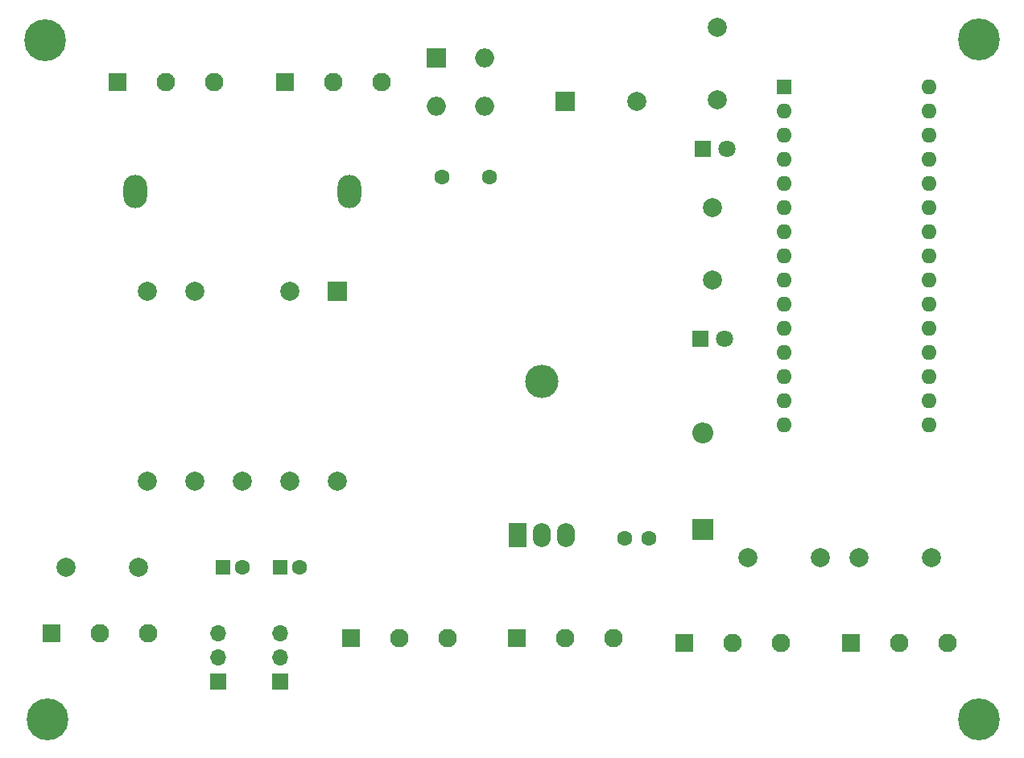
<source format=gbr>
%TF.GenerationSoftware,KiCad,Pcbnew,7.0.9*%
%TF.CreationDate,2024-05-06T10:06:48+02:00*%
%TF.ProjectId,Kicad_Passage_A_niveau_Stockage,4b696361-645f-4506-9173-736167655f41,rev?*%
%TF.SameCoordinates,Original*%
%TF.FileFunction,Soldermask,Bot*%
%TF.FilePolarity,Negative*%
%FSLAX46Y46*%
G04 Gerber Fmt 4.6, Leading zero omitted, Abs format (unit mm)*
G04 Created by KiCad (PCBNEW 7.0.9) date 2024-05-06 10:06:48*
%MOMM*%
%LPD*%
G01*
G04 APERTURE LIST*
%ADD10R,1.800000X1.800000*%
%ADD11C,1.800000*%
%ADD12R,1.950000X1.950000*%
%ADD13C,1.950000*%
%ADD14R,1.600000X1.600000*%
%ADD15C,1.600000*%
%ADD16R,2.000000X2.000000*%
%ADD17C,2.000000*%
%ADD18R,1.700000X1.700000*%
%ADD19O,1.700000X1.700000*%
%ADD20C,4.400000*%
%ADD21O,2.000000X2.000000*%
%ADD22O,2.500000X3.500000*%
%ADD23R,2.200000X2.200000*%
%ADD24O,2.200000X2.200000*%
%ADD25O,3.500000X3.500000*%
%ADD26R,1.900000X2.500000*%
%ADD27O,1.900000X2.500000*%
%ADD28O,1.600000X1.600000*%
G04 APERTURE END LIST*
D10*
%TO.C,D4*%
X137622000Y-65226000D03*
D11*
X140162000Y-65226000D03*
%TD*%
D12*
%TO.C,J9*%
X153397000Y-97226000D03*
D13*
X158477000Y-97226000D03*
X163557000Y-97226000D03*
%TD*%
D14*
%TO.C,C4*%
X87397000Y-89226000D03*
D15*
X89397000Y-89226000D03*
%TD*%
D16*
%TO.C,TR1*%
X99397000Y-60226000D03*
D17*
X94397000Y-60226000D03*
X84397000Y-60226000D03*
X79397000Y-60226000D03*
X79397000Y-80226000D03*
X84397000Y-80226000D03*
X89397000Y-80226000D03*
X94397000Y-80226000D03*
X99397000Y-80226000D03*
%TD*%
%TO.C,R1*%
X139397000Y-40036000D03*
X139397000Y-32416000D03*
%TD*%
D18*
%TO.C,J8*%
X93397000Y-101266000D03*
D19*
X93397000Y-98726000D03*
X93397000Y-96186000D03*
%TD*%
D10*
%TO.C,D3*%
X137857000Y-45226000D03*
D11*
X140397000Y-45226000D03*
%TD*%
D18*
%TO.C,J7*%
X86897000Y-101266000D03*
D19*
X86897000Y-98726000D03*
X86897000Y-96186000D03*
%TD*%
D16*
%TO.C,C1*%
X123397000Y-40226000D03*
D17*
X130897000Y-40226000D03*
%TD*%
D20*
%TO.C,REF3*%
X166897000Y-105226000D03*
%TD*%
%TO.C,REF1*%
X68707000Y-33782000D03*
%TD*%
D12*
%TO.C,J6*%
X118317000Y-96726000D03*
D13*
X123397000Y-96726000D03*
X128477000Y-96726000D03*
%TD*%
D20*
%TO.C,REF4*%
X68897000Y-105226000D03*
%TD*%
D12*
%TO.C,J2*%
X69397000Y-96226000D03*
D13*
X74477000Y-96226000D03*
X79557000Y-96226000D03*
%TD*%
D17*
%TO.C,R5*%
X70897000Y-89226000D03*
X78517000Y-89226000D03*
%TD*%
D12*
%TO.C,J5*%
X100817000Y-96726000D03*
D13*
X105897000Y-96726000D03*
X110977000Y-96726000D03*
%TD*%
D17*
%TO.C,R2*%
X154277000Y-88226000D03*
X161897000Y-88226000D03*
%TD*%
D16*
%TO.C,D1*%
X109872000Y-35681000D03*
D21*
X109872000Y-40761000D03*
X114952000Y-40761000D03*
X114952000Y-35681000D03*
%TD*%
D22*
%TO.C,F1*%
X78147000Y-49726000D03*
X100647000Y-49726000D03*
%TD*%
D20*
%TO.C,REF2*%
X166897000Y-33726000D03*
%TD*%
D12*
%TO.C,J3*%
X135897000Y-97226000D03*
D13*
X140977000Y-97226000D03*
X146057000Y-97226000D03*
%TD*%
D12*
%TO.C,J4*%
X93897000Y-38226000D03*
D13*
X98977000Y-38226000D03*
X104057000Y-38226000D03*
%TD*%
D15*
%TO.C,C2*%
X110397000Y-48226000D03*
X115397000Y-48226000D03*
%TD*%
D23*
%TO.C,D2*%
X137897000Y-85306000D03*
D24*
X137897000Y-75146000D03*
%TD*%
D12*
%TO.C,J1*%
X76317000Y-38226000D03*
D13*
X81397000Y-38226000D03*
X86477000Y-38226000D03*
%TD*%
D25*
%TO.C,U1*%
X120897000Y-69681000D03*
D26*
X118357000Y-85881000D03*
D27*
X120897000Y-85881000D03*
X123437000Y-85881000D03*
%TD*%
D17*
%TO.C,R4*%
X138897000Y-59036000D03*
X138897000Y-51416000D03*
%TD*%
D15*
%TO.C,C3*%
X129647000Y-86226000D03*
X132147000Y-86226000D03*
%TD*%
D14*
%TO.C,A1*%
X146397000Y-38726000D03*
D28*
X146397000Y-41266000D03*
X146397000Y-43806000D03*
X146397000Y-46346000D03*
X146397000Y-48886000D03*
X146397000Y-51426000D03*
X146397000Y-53966000D03*
X146397000Y-56506000D03*
X146397000Y-59046000D03*
X146397000Y-61586000D03*
X146397000Y-64126000D03*
X146397000Y-66666000D03*
X146397000Y-69206000D03*
X146397000Y-71746000D03*
X146397000Y-74286000D03*
X161637000Y-74286000D03*
X161637000Y-71746000D03*
X161637000Y-69206000D03*
X161637000Y-66666000D03*
X161637000Y-64126000D03*
X161637000Y-61586000D03*
X161637000Y-59046000D03*
X161637000Y-56506000D03*
X161637000Y-53966000D03*
X161637000Y-51426000D03*
X161637000Y-48886000D03*
X161637000Y-46346000D03*
X161637000Y-43806000D03*
X161637000Y-41266000D03*
X161637000Y-38726000D03*
%TD*%
D14*
%TO.C,C5*%
X93397000Y-89226000D03*
D15*
X95397000Y-89226000D03*
%TD*%
D17*
%TO.C,R3*%
X150207000Y-88226000D03*
X142587000Y-88226000D03*
%TD*%
M02*

</source>
